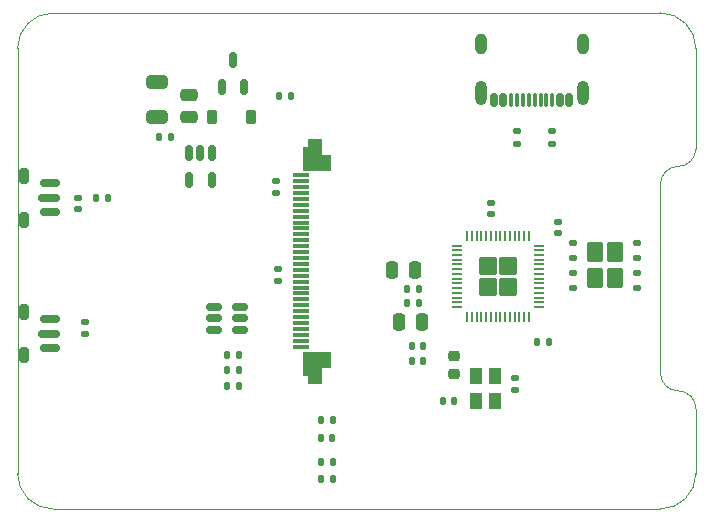
<source format=gbr>
%TF.GenerationSoftware,KiCad,Pcbnew,8.0.1-rc1*%
%TF.CreationDate,2024-04-16T22:30:49-06:00*%
%TF.ProjectId,bitaxe-ESP-OLED,62697461-7865-42d4-9553-502d4f4c4544,rev?*%
%TF.SameCoordinates,Original*%
%TF.FileFunction,Paste,Bot*%
%TF.FilePolarity,Positive*%
%FSLAX46Y46*%
G04 Gerber Fmt 4.6, Leading zero omitted, Abs format (unit mm)*
G04 Created by KiCad (PCBNEW 8.0.1-rc1) date 2024-04-16 22:30:49*
%MOMM*%
%LPD*%
G01*
G04 APERTURE LIST*
G04 Aperture macros list*
%AMRoundRect*
0 Rectangle with rounded corners*
0 $1 Rounding radius*
0 $2 $3 $4 $5 $6 $7 $8 $9 X,Y pos of 4 corners*
0 Add a 4 corners polygon primitive as box body*
4,1,4,$2,$3,$4,$5,$6,$7,$8,$9,$2,$3,0*
0 Add four circle primitives for the rounded corners*
1,1,$1+$1,$2,$3*
1,1,$1+$1,$4,$5*
1,1,$1+$1,$6,$7*
1,1,$1+$1,$8,$9*
0 Add four rect primitives between the rounded corners*
20,1,$1+$1,$2,$3,$4,$5,0*
20,1,$1+$1,$4,$5,$6,$7,0*
20,1,$1+$1,$6,$7,$8,$9,0*
20,1,$1+$1,$8,$9,$2,$3,0*%
G04 Aperture macros list end*
%ADD10C,0.010000*%
%ADD11RoundRect,0.250000X0.475000X-0.250000X0.475000X0.250000X-0.475000X0.250000X-0.475000X-0.250000X0*%
%ADD12R,1.400000X0.300000*%
%ADD13RoundRect,0.135000X-0.185000X0.135000X-0.185000X-0.135000X0.185000X-0.135000X0.185000X0.135000X0*%
%ADD14RoundRect,0.135000X-0.135000X-0.185000X0.135000X-0.185000X0.135000X0.185000X-0.135000X0.185000X0*%
%ADD15RoundRect,0.250000X0.250000X0.475000X-0.250000X0.475000X-0.250000X-0.475000X0.250000X-0.475000X0*%
%ADD16R,1.100000X1.400000*%
%ADD17RoundRect,0.200000X0.200000X-0.450000X0.200000X0.450000X-0.200000X0.450000X-0.200000X-0.450000X0*%
%ADD18O,1.750000X0.740000*%
%ADD19RoundRect,0.150000X0.750000X-0.150000X0.750000X0.150000X-0.750000X0.150000X-0.750000X-0.150000X0*%
%ADD20RoundRect,0.140000X-0.170000X0.140000X-0.170000X-0.140000X0.170000X-0.140000X0.170000X0.140000X0*%
%ADD21RoundRect,0.140000X0.170000X-0.140000X0.170000X0.140000X-0.170000X0.140000X-0.170000X-0.140000X0*%
%ADD22RoundRect,0.150000X-0.150000X-0.425000X0.150000X-0.425000X0.150000X0.425000X-0.150000X0.425000X0*%
%ADD23RoundRect,0.075000X-0.075000X-0.500000X0.075000X-0.500000X0.075000X0.500000X-0.075000X0.500000X0*%
%ADD24O,1.000000X1.800000*%
%ADD25O,1.000000X2.100000*%
%ADD26RoundRect,0.150000X-0.150000X0.512500X-0.150000X-0.512500X0.150000X-0.512500X0.150000X0.512500X0*%
%ADD27RoundRect,0.135000X0.135000X0.185000X-0.135000X0.185000X-0.135000X-0.185000X0.135000X-0.185000X0*%
%ADD28RoundRect,0.249999X-0.524597X-0.524597X0.524597X-0.524597X0.524597X0.524597X-0.524597X0.524597X0*%
%ADD29RoundRect,0.050000X-0.350000X-0.050000X0.350000X-0.050000X0.350000X0.050000X-0.350000X0.050000X0*%
%ADD30RoundRect,0.050000X-0.050000X-0.350000X0.050000X-0.350000X0.050000X0.350000X-0.050000X0.350000X0*%
%ADD31RoundRect,0.150000X0.150000X-0.512500X0.150000X0.512500X-0.150000X0.512500X-0.150000X-0.512500X0*%
%ADD32RoundRect,0.250000X0.435000X0.615000X-0.435000X0.615000X-0.435000X-0.615000X0.435000X-0.615000X0*%
%ADD33RoundRect,0.125000X0.250000X0.125000X-0.250000X0.125000X-0.250000X-0.125000X0.250000X-0.125000X0*%
%ADD34RoundRect,0.218750X0.256250X-0.218750X0.256250X0.218750X-0.256250X0.218750X-0.256250X-0.218750X0*%
%ADD35RoundRect,0.140000X0.140000X0.170000X-0.140000X0.170000X-0.140000X-0.170000X0.140000X-0.170000X0*%
%ADD36RoundRect,0.225000X-0.225000X-0.375000X0.225000X-0.375000X0.225000X0.375000X-0.225000X0.375000X0*%
%ADD37RoundRect,0.140000X-0.140000X-0.170000X0.140000X-0.170000X0.140000X0.170000X-0.140000X0.170000X0*%
%ADD38RoundRect,0.250000X0.650000X-0.325000X0.650000X0.325000X-0.650000X0.325000X-0.650000X-0.325000X0*%
%ADD39RoundRect,0.150000X-0.512500X-0.150000X0.512500X-0.150000X0.512500X0.150000X-0.512500X0.150000X0*%
%TA.AperFunction,Profile*%
%ADD40C,0.100000*%
%TD*%
G04 APERTURE END LIST*
D10*
%TO.C,J4*%
X155300000Y-74050000D02*
X156000000Y-74050000D01*
X156000000Y-75300000D01*
X153700000Y-75300000D01*
X153700000Y-73350000D01*
X154200000Y-73350000D01*
X154200000Y-72650000D01*
X155300000Y-72650000D01*
X155300000Y-74050000D01*
G36*
X155300000Y-74050000D02*
G01*
X156000000Y-74050000D01*
X156000000Y-75300000D01*
X153700000Y-75300000D01*
X153700000Y-73350000D01*
X154200000Y-73350000D01*
X154200000Y-72650000D01*
X155300000Y-72650000D01*
X155300000Y-74050000D01*
G37*
X156000000Y-91950000D02*
X155300000Y-91950000D01*
X155300000Y-93350000D01*
X154200000Y-93350000D01*
X154200000Y-92650000D01*
X153700000Y-92650000D01*
X153700000Y-90700000D01*
X156000000Y-90700000D01*
X156000000Y-91950000D01*
G36*
X156000000Y-91950000D02*
G01*
X155300000Y-91950000D01*
X155300000Y-93350000D01*
X154200000Y-93350000D01*
X154200000Y-92650000D01*
X153700000Y-92650000D01*
X153700000Y-90700000D01*
X156000000Y-90700000D01*
X156000000Y-91950000D01*
G37*
%TD*%
D11*
%TO.C,C15*%
X144050000Y-70850000D03*
X144050000Y-68950000D03*
%TD*%
D12*
%TO.C,J4*%
X153600000Y-75750000D03*
X153600000Y-76250000D03*
X153600000Y-76750000D03*
X153600000Y-77250000D03*
X153600000Y-77750000D03*
X153600000Y-78250000D03*
X153600000Y-78750000D03*
X153600000Y-79250000D03*
X153600000Y-79750000D03*
X153600000Y-80250000D03*
X153600000Y-80750000D03*
X153600000Y-81250000D03*
X153600000Y-81750000D03*
X153600000Y-82250000D03*
X153600000Y-82750000D03*
X153600000Y-83250000D03*
X153600000Y-83750000D03*
X153600000Y-84250000D03*
X153600000Y-84750000D03*
X153600000Y-85250000D03*
X153600000Y-85750000D03*
X153600000Y-86250000D03*
X153600000Y-86750000D03*
X153600000Y-87250000D03*
X153600000Y-87750000D03*
X153600000Y-88250000D03*
X153600000Y-88750000D03*
X153600000Y-89250000D03*
X153600000Y-89750000D03*
X153600000Y-90250000D03*
%TD*%
D13*
%TO.C,R6*%
X174850000Y-72040000D03*
X174850000Y-73060000D03*
%TD*%
%TO.C,R5*%
X171850000Y-72040000D03*
X171850000Y-73060000D03*
%TD*%
D14*
%TO.C,R10*%
X147290000Y-93550000D03*
X148310000Y-93550000D03*
%TD*%
D15*
%TO.C,C4*%
X163800000Y-88200000D03*
X161900000Y-88200000D03*
%TD*%
D16*
%TO.C,Y1*%
X170000000Y-92700000D03*
X170000000Y-94900000D03*
X168400000Y-94900000D03*
X168400000Y-92700000D03*
%TD*%
D17*
%TO.C,SW3*%
X130150000Y-91000000D03*
X130150000Y-87300000D03*
D18*
X132350000Y-90380000D03*
X132350000Y-87920000D03*
D19*
X132250000Y-89150000D03*
%TD*%
D20*
%TO.C,C1*%
X134700000Y-77670000D03*
X134700000Y-78630000D03*
%TD*%
D21*
%TO.C,C7*%
X171650000Y-93900000D03*
X171650000Y-92940000D03*
%TD*%
D22*
%TO.C,J2*%
X169900000Y-69380000D03*
X170700000Y-69380000D03*
D23*
X171850000Y-69380000D03*
X172850000Y-69380000D03*
X173350000Y-69380000D03*
X174350000Y-69380000D03*
D22*
X175500000Y-69380000D03*
X176300000Y-69380000D03*
X176300000Y-69380000D03*
X175500000Y-69380000D03*
D23*
X174850000Y-69380000D03*
X173850000Y-69380000D03*
X172350000Y-69380000D03*
X171350000Y-69380000D03*
D22*
X170700000Y-69380000D03*
X169900000Y-69380000D03*
D24*
X168780000Y-64625000D03*
D25*
X168780000Y-68805000D03*
D24*
X177420000Y-64625000D03*
D25*
X177420000Y-68805000D03*
%TD*%
D26*
%TO.C,U1*%
X144100000Y-73862500D03*
X145050000Y-73862500D03*
X146000000Y-73862500D03*
X146000000Y-76137500D03*
X144100000Y-76137500D03*
%TD*%
D27*
%TO.C,R1*%
X137210000Y-77650000D03*
X136190000Y-77650000D03*
%TD*%
D28*
%TO.C,U2*%
X169375000Y-83425000D03*
X169375000Y-85175000D03*
X171125000Y-83425000D03*
X171125000Y-85175000D03*
D29*
X166800000Y-86900000D03*
X166800000Y-86500000D03*
X166800000Y-86100000D03*
X166800000Y-85700000D03*
X166800000Y-85300000D03*
X166800000Y-84900000D03*
X166800000Y-84500000D03*
X166800000Y-84100000D03*
X166800000Y-83700000D03*
X166800000Y-83300000D03*
X166800000Y-82900000D03*
X166800000Y-82500000D03*
X166800000Y-82100000D03*
X166800000Y-81700000D03*
D30*
X167650000Y-80850000D03*
X168050000Y-80850000D03*
X168450000Y-80850000D03*
X168850000Y-80850000D03*
X169250000Y-80850000D03*
X169650000Y-80850000D03*
X170050000Y-80850000D03*
X170450000Y-80850000D03*
X170850000Y-80850000D03*
X171250000Y-80850000D03*
X171650000Y-80850000D03*
X172050000Y-80850000D03*
X172450000Y-80850000D03*
X172850000Y-80850000D03*
D29*
X173700000Y-81700000D03*
X173700000Y-82100000D03*
X173700000Y-82500000D03*
X173700000Y-82900000D03*
X173700000Y-83300000D03*
X173700000Y-83700000D03*
X173700000Y-84100000D03*
X173700000Y-84500000D03*
X173700000Y-84900000D03*
X173700000Y-85300000D03*
X173700000Y-85700000D03*
X173700000Y-86100000D03*
X173700000Y-86500000D03*
X173700000Y-86900000D03*
D30*
X172850000Y-87750000D03*
X172450000Y-87750000D03*
X172050000Y-87750000D03*
X171650000Y-87750000D03*
X171250000Y-87750000D03*
X170850000Y-87750000D03*
X170450000Y-87750000D03*
X170050000Y-87750000D03*
X169650000Y-87750000D03*
X169250000Y-87750000D03*
X168850000Y-87750000D03*
X168450000Y-87750000D03*
X168050000Y-87750000D03*
X167650000Y-87750000D03*
%TD*%
D31*
%TO.C,Q1*%
X148750000Y-68287500D03*
X146850000Y-68287500D03*
X147800000Y-66012500D03*
%TD*%
D15*
%TO.C,C9*%
X163200000Y-83800000D03*
X161300000Y-83800000D03*
%TD*%
D14*
%TO.C,R9*%
X147290000Y-92250000D03*
X148310000Y-92250000D03*
%TD*%
D20*
%TO.C,C18*%
X151650000Y-83720000D03*
X151650000Y-84680000D03*
%TD*%
D32*
%TO.C,U4*%
X180150000Y-84430000D03*
X180150000Y-82280000D03*
X178450000Y-84430000D03*
X178450000Y-82280000D03*
D33*
X182000000Y-81450000D03*
X182000000Y-82720000D03*
X182000000Y-83990000D03*
X182000000Y-85260000D03*
X176600000Y-85260000D03*
X176600000Y-83990000D03*
X176600000Y-82720000D03*
X176600000Y-81450000D03*
%TD*%
D14*
%TO.C,R4*%
X155240000Y-101450000D03*
X156260000Y-101450000D03*
%TD*%
D34*
%TO.C,L1*%
X166550000Y-92587500D03*
X166550000Y-91012500D03*
%TD*%
D21*
%TO.C,C6*%
X169650000Y-79030000D03*
X169650000Y-78070000D03*
%TD*%
D13*
%TO.C,R3*%
X135250000Y-88140000D03*
X135250000Y-89160000D03*
%TD*%
D35*
%TO.C,C16*%
X142530000Y-72500000D03*
X141570000Y-72500000D03*
%TD*%
D36*
%TO.C,D1*%
X146050000Y-70850000D03*
X149350000Y-70850000D03*
%TD*%
D35*
%TO.C,C13*%
X163930000Y-91450000D03*
X162970000Y-91450000D03*
%TD*%
%TO.C,C11*%
X163930000Y-90200000D03*
X162970000Y-90200000D03*
%TD*%
%TO.C,C5*%
X163530000Y-86550000D03*
X162570000Y-86550000D03*
%TD*%
%TO.C,C10*%
X174530000Y-89850000D03*
X173570000Y-89850000D03*
%TD*%
D27*
%TO.C,R2*%
X156260000Y-96500000D03*
X155240000Y-96500000D03*
%TD*%
D37*
%TO.C,C2*%
X155250000Y-98000000D03*
X156210000Y-98000000D03*
%TD*%
%TO.C,C8*%
X165570000Y-94900000D03*
X166530000Y-94900000D03*
%TD*%
D14*
%TO.C,R7*%
X151690000Y-69050000D03*
X152710000Y-69050000D03*
%TD*%
D35*
%TO.C,C3*%
X156250000Y-100000000D03*
X155290000Y-100000000D03*
%TD*%
D17*
%TO.C,SW1*%
X130100000Y-79500000D03*
X130100000Y-75800000D03*
D18*
X132300000Y-78880000D03*
X132300000Y-76420000D03*
D19*
X132200000Y-77650000D03*
%TD*%
D38*
%TO.C,C14*%
X141350000Y-70825000D03*
X141350000Y-67875000D03*
%TD*%
D35*
%TO.C,C12*%
X163530000Y-85400000D03*
X162570000Y-85400000D03*
%TD*%
D14*
%TO.C,R8*%
X147290000Y-91000000D03*
X148310000Y-91000000D03*
%TD*%
D20*
%TO.C,C17*%
X151450000Y-76270000D03*
X151450000Y-77230000D03*
%TD*%
D21*
%TO.C,C19*%
X175300000Y-80630000D03*
X175300000Y-79670000D03*
%TD*%
D39*
%TO.C,U3*%
X146162500Y-88812500D03*
X146162500Y-87862500D03*
X146162500Y-86912500D03*
X148437500Y-86912500D03*
X148437500Y-87862500D03*
X148437500Y-88812500D03*
%TD*%
D40*
X132573000Y-104000000D02*
G75*
G02*
X129573000Y-101000000I0J3000000D01*
G01*
X184000000Y-62000000D02*
X132573000Y-62000000D01*
X187000000Y-101000000D02*
G75*
G02*
X184000000Y-104000000I-3000000J0D01*
G01*
X132573000Y-104000000D02*
X184000000Y-104000000D01*
X184000000Y-76500000D02*
G75*
G02*
X185500000Y-75000000I1500000J0D01*
G01*
X184000000Y-62000000D02*
G75*
G02*
X187000000Y-65000000I0J-3000000D01*
G01*
X187000000Y-73500000D02*
X187000000Y-65000000D01*
X187000000Y-95500000D02*
X187000000Y-101000000D01*
X129573000Y-65000000D02*
X129573000Y-101000000D01*
X184000000Y-76500000D02*
X184000000Y-92500000D01*
X129573000Y-65000000D02*
G75*
G02*
X132573000Y-62000000I3000000J0D01*
G01*
X185500000Y-94000000D02*
G75*
G02*
X184000000Y-92500000I0J1500000D01*
G01*
X187000000Y-73500000D02*
G75*
G02*
X185500000Y-75000000I-1500000J0D01*
G01*
X185500000Y-94000000D02*
G75*
G02*
X187000000Y-95500000I0J-1500000D01*
G01*
M02*

</source>
